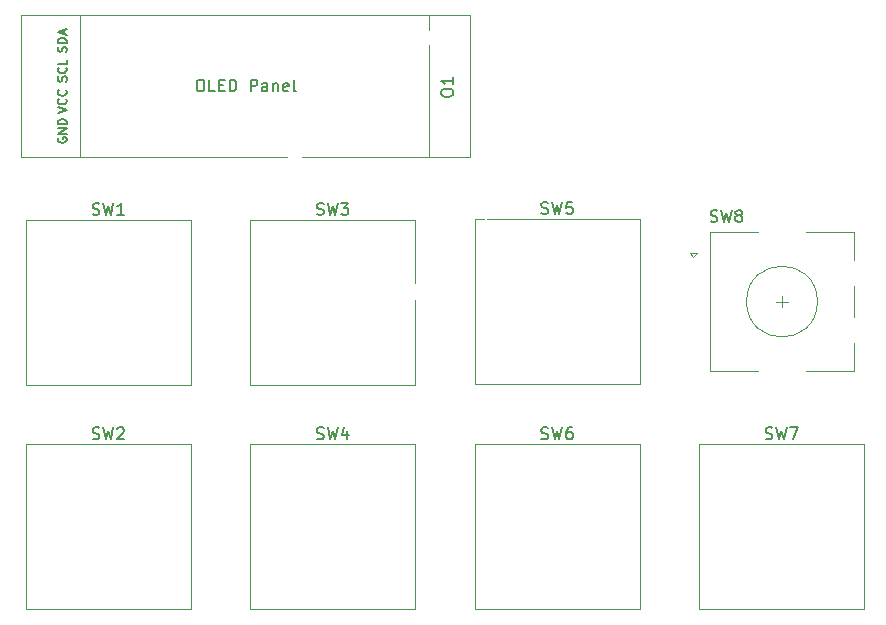
<source format=gto>
G04 #@! TF.GenerationSoftware,KiCad,Pcbnew,8.0.5*
G04 #@! TF.CreationDate,2024-10-21T21:06:57-07:00*
G04 #@! TF.ProjectId,hackpad,6861636b-7061-4642-9e6b-696361645f70,rev?*
G04 #@! TF.SameCoordinates,Original*
G04 #@! TF.FileFunction,Legend,Top*
G04 #@! TF.FilePolarity,Positive*
%FSLAX46Y46*%
G04 Gerber Fmt 4.6, Leading zero omitted, Abs format (unit mm)*
G04 Created by KiCad (PCBNEW 8.0.5) date 2024-10-21 21:06:57*
%MOMM*%
%LPD*%
G01*
G04 APERTURE LIST*
G04 Aperture macros list*
%AMRotRect*
0 Rectangle, with rotation*
0 The origin of the aperture is its center*
0 $1 length*
0 $2 width*
0 $3 Rotation angle, in degrees counterclockwise*
0 Add horizontal line*
21,1,$1,$2,0,0,$3*%
G04 Aperture macros list end*
%ADD10C,0.150000*%
%ADD11C,0.120000*%
%ADD12C,0.040000*%
%ADD13C,1.700000*%
%ADD14C,4.000000*%
%ADD15C,2.200000*%
%ADD16R,2.000000X2.000000*%
%ADD17C,2.000000*%
%ADD18R,3.200000X2.000000*%
%ADD19R,1.700000X1.700000*%
%ADD20O,1.700000X1.700000*%
%ADD21R,1.600000X1.600000*%
%ADD22O,1.600000X1.600000*%
%ADD23RotRect,1.700000X1.700000X315.000000*%
G04 APERTURE END LIST*
D10*
X257176667Y-143563200D02*
X257319524Y-143610819D01*
X257319524Y-143610819D02*
X257557619Y-143610819D01*
X257557619Y-143610819D02*
X257652857Y-143563200D01*
X257652857Y-143563200D02*
X257700476Y-143515580D01*
X257700476Y-143515580D02*
X257748095Y-143420342D01*
X257748095Y-143420342D02*
X257748095Y-143325104D01*
X257748095Y-143325104D02*
X257700476Y-143229866D01*
X257700476Y-143229866D02*
X257652857Y-143182247D01*
X257652857Y-143182247D02*
X257557619Y-143134628D01*
X257557619Y-143134628D02*
X257367143Y-143087009D01*
X257367143Y-143087009D02*
X257271905Y-143039390D01*
X257271905Y-143039390D02*
X257224286Y-142991771D01*
X257224286Y-142991771D02*
X257176667Y-142896533D01*
X257176667Y-142896533D02*
X257176667Y-142801295D01*
X257176667Y-142801295D02*
X257224286Y-142706057D01*
X257224286Y-142706057D02*
X257271905Y-142658438D01*
X257271905Y-142658438D02*
X257367143Y-142610819D01*
X257367143Y-142610819D02*
X257605238Y-142610819D01*
X257605238Y-142610819D02*
X257748095Y-142658438D01*
X258081429Y-142610819D02*
X258319524Y-143610819D01*
X258319524Y-143610819D02*
X258510000Y-142896533D01*
X258510000Y-142896533D02*
X258700476Y-143610819D01*
X258700476Y-143610819D02*
X258938572Y-142610819D01*
X259224286Y-142610819D02*
X259890952Y-142610819D01*
X259890952Y-142610819D02*
X259462381Y-143610819D01*
X238176667Y-124483200D02*
X238319524Y-124530819D01*
X238319524Y-124530819D02*
X238557619Y-124530819D01*
X238557619Y-124530819D02*
X238652857Y-124483200D01*
X238652857Y-124483200D02*
X238700476Y-124435580D01*
X238700476Y-124435580D02*
X238748095Y-124340342D01*
X238748095Y-124340342D02*
X238748095Y-124245104D01*
X238748095Y-124245104D02*
X238700476Y-124149866D01*
X238700476Y-124149866D02*
X238652857Y-124102247D01*
X238652857Y-124102247D02*
X238557619Y-124054628D01*
X238557619Y-124054628D02*
X238367143Y-124007009D01*
X238367143Y-124007009D02*
X238271905Y-123959390D01*
X238271905Y-123959390D02*
X238224286Y-123911771D01*
X238224286Y-123911771D02*
X238176667Y-123816533D01*
X238176667Y-123816533D02*
X238176667Y-123721295D01*
X238176667Y-123721295D02*
X238224286Y-123626057D01*
X238224286Y-123626057D02*
X238271905Y-123578438D01*
X238271905Y-123578438D02*
X238367143Y-123530819D01*
X238367143Y-123530819D02*
X238605238Y-123530819D01*
X238605238Y-123530819D02*
X238748095Y-123578438D01*
X239081429Y-123530819D02*
X239319524Y-124530819D01*
X239319524Y-124530819D02*
X239510000Y-123816533D01*
X239510000Y-123816533D02*
X239700476Y-124530819D01*
X239700476Y-124530819D02*
X239938572Y-123530819D01*
X240795714Y-123530819D02*
X240319524Y-123530819D01*
X240319524Y-123530819D02*
X240271905Y-124007009D01*
X240271905Y-124007009D02*
X240319524Y-123959390D01*
X240319524Y-123959390D02*
X240414762Y-123911771D01*
X240414762Y-123911771D02*
X240652857Y-123911771D01*
X240652857Y-123911771D02*
X240748095Y-123959390D01*
X240748095Y-123959390D02*
X240795714Y-124007009D01*
X240795714Y-124007009D02*
X240843333Y-124102247D01*
X240843333Y-124102247D02*
X240843333Y-124340342D01*
X240843333Y-124340342D02*
X240795714Y-124435580D01*
X240795714Y-124435580D02*
X240748095Y-124483200D01*
X240748095Y-124483200D02*
X240652857Y-124530819D01*
X240652857Y-124530819D02*
X240414762Y-124530819D01*
X240414762Y-124530819D02*
X240319524Y-124483200D01*
X240319524Y-124483200D02*
X240271905Y-124435580D01*
X200176667Y-143563200D02*
X200319524Y-143610819D01*
X200319524Y-143610819D02*
X200557619Y-143610819D01*
X200557619Y-143610819D02*
X200652857Y-143563200D01*
X200652857Y-143563200D02*
X200700476Y-143515580D01*
X200700476Y-143515580D02*
X200748095Y-143420342D01*
X200748095Y-143420342D02*
X200748095Y-143325104D01*
X200748095Y-143325104D02*
X200700476Y-143229866D01*
X200700476Y-143229866D02*
X200652857Y-143182247D01*
X200652857Y-143182247D02*
X200557619Y-143134628D01*
X200557619Y-143134628D02*
X200367143Y-143087009D01*
X200367143Y-143087009D02*
X200271905Y-143039390D01*
X200271905Y-143039390D02*
X200224286Y-142991771D01*
X200224286Y-142991771D02*
X200176667Y-142896533D01*
X200176667Y-142896533D02*
X200176667Y-142801295D01*
X200176667Y-142801295D02*
X200224286Y-142706057D01*
X200224286Y-142706057D02*
X200271905Y-142658438D01*
X200271905Y-142658438D02*
X200367143Y-142610819D01*
X200367143Y-142610819D02*
X200605238Y-142610819D01*
X200605238Y-142610819D02*
X200748095Y-142658438D01*
X201081429Y-142610819D02*
X201319524Y-143610819D01*
X201319524Y-143610819D02*
X201510000Y-142896533D01*
X201510000Y-142896533D02*
X201700476Y-143610819D01*
X201700476Y-143610819D02*
X201938572Y-142610819D01*
X202271905Y-142706057D02*
X202319524Y-142658438D01*
X202319524Y-142658438D02*
X202414762Y-142610819D01*
X202414762Y-142610819D02*
X202652857Y-142610819D01*
X202652857Y-142610819D02*
X202748095Y-142658438D01*
X202748095Y-142658438D02*
X202795714Y-142706057D01*
X202795714Y-142706057D02*
X202843333Y-142801295D01*
X202843333Y-142801295D02*
X202843333Y-142896533D01*
X202843333Y-142896533D02*
X202795714Y-143039390D01*
X202795714Y-143039390D02*
X202224286Y-143610819D01*
X202224286Y-143610819D02*
X202843333Y-143610819D01*
X200176667Y-124563200D02*
X200319524Y-124610819D01*
X200319524Y-124610819D02*
X200557619Y-124610819D01*
X200557619Y-124610819D02*
X200652857Y-124563200D01*
X200652857Y-124563200D02*
X200700476Y-124515580D01*
X200700476Y-124515580D02*
X200748095Y-124420342D01*
X200748095Y-124420342D02*
X200748095Y-124325104D01*
X200748095Y-124325104D02*
X200700476Y-124229866D01*
X200700476Y-124229866D02*
X200652857Y-124182247D01*
X200652857Y-124182247D02*
X200557619Y-124134628D01*
X200557619Y-124134628D02*
X200367143Y-124087009D01*
X200367143Y-124087009D02*
X200271905Y-124039390D01*
X200271905Y-124039390D02*
X200224286Y-123991771D01*
X200224286Y-123991771D02*
X200176667Y-123896533D01*
X200176667Y-123896533D02*
X200176667Y-123801295D01*
X200176667Y-123801295D02*
X200224286Y-123706057D01*
X200224286Y-123706057D02*
X200271905Y-123658438D01*
X200271905Y-123658438D02*
X200367143Y-123610819D01*
X200367143Y-123610819D02*
X200605238Y-123610819D01*
X200605238Y-123610819D02*
X200748095Y-123658438D01*
X201081429Y-123610819D02*
X201319524Y-124610819D01*
X201319524Y-124610819D02*
X201510000Y-123896533D01*
X201510000Y-123896533D02*
X201700476Y-124610819D01*
X201700476Y-124610819D02*
X201938572Y-123610819D01*
X202843333Y-124610819D02*
X202271905Y-124610819D01*
X202557619Y-124610819D02*
X202557619Y-123610819D01*
X202557619Y-123610819D02*
X202462381Y-123753676D01*
X202462381Y-123753676D02*
X202367143Y-123848914D01*
X202367143Y-123848914D02*
X202271905Y-123896533D01*
X238176667Y-143563200D02*
X238319524Y-143610819D01*
X238319524Y-143610819D02*
X238557619Y-143610819D01*
X238557619Y-143610819D02*
X238652857Y-143563200D01*
X238652857Y-143563200D02*
X238700476Y-143515580D01*
X238700476Y-143515580D02*
X238748095Y-143420342D01*
X238748095Y-143420342D02*
X238748095Y-143325104D01*
X238748095Y-143325104D02*
X238700476Y-143229866D01*
X238700476Y-143229866D02*
X238652857Y-143182247D01*
X238652857Y-143182247D02*
X238557619Y-143134628D01*
X238557619Y-143134628D02*
X238367143Y-143087009D01*
X238367143Y-143087009D02*
X238271905Y-143039390D01*
X238271905Y-143039390D02*
X238224286Y-142991771D01*
X238224286Y-142991771D02*
X238176667Y-142896533D01*
X238176667Y-142896533D02*
X238176667Y-142801295D01*
X238176667Y-142801295D02*
X238224286Y-142706057D01*
X238224286Y-142706057D02*
X238271905Y-142658438D01*
X238271905Y-142658438D02*
X238367143Y-142610819D01*
X238367143Y-142610819D02*
X238605238Y-142610819D01*
X238605238Y-142610819D02*
X238748095Y-142658438D01*
X239081429Y-142610819D02*
X239319524Y-143610819D01*
X239319524Y-143610819D02*
X239510000Y-142896533D01*
X239510000Y-142896533D02*
X239700476Y-143610819D01*
X239700476Y-143610819D02*
X239938572Y-142610819D01*
X240748095Y-142610819D02*
X240557619Y-142610819D01*
X240557619Y-142610819D02*
X240462381Y-142658438D01*
X240462381Y-142658438D02*
X240414762Y-142706057D01*
X240414762Y-142706057D02*
X240319524Y-142848914D01*
X240319524Y-142848914D02*
X240271905Y-143039390D01*
X240271905Y-143039390D02*
X240271905Y-143420342D01*
X240271905Y-143420342D02*
X240319524Y-143515580D01*
X240319524Y-143515580D02*
X240367143Y-143563200D01*
X240367143Y-143563200D02*
X240462381Y-143610819D01*
X240462381Y-143610819D02*
X240652857Y-143610819D01*
X240652857Y-143610819D02*
X240748095Y-143563200D01*
X240748095Y-143563200D02*
X240795714Y-143515580D01*
X240795714Y-143515580D02*
X240843333Y-143420342D01*
X240843333Y-143420342D02*
X240843333Y-143182247D01*
X240843333Y-143182247D02*
X240795714Y-143087009D01*
X240795714Y-143087009D02*
X240748095Y-143039390D01*
X240748095Y-143039390D02*
X240652857Y-142991771D01*
X240652857Y-142991771D02*
X240462381Y-142991771D01*
X240462381Y-142991771D02*
X240367143Y-143039390D01*
X240367143Y-143039390D02*
X240319524Y-143087009D01*
X240319524Y-143087009D02*
X240271905Y-143182247D01*
X219176667Y-124563200D02*
X219319524Y-124610819D01*
X219319524Y-124610819D02*
X219557619Y-124610819D01*
X219557619Y-124610819D02*
X219652857Y-124563200D01*
X219652857Y-124563200D02*
X219700476Y-124515580D01*
X219700476Y-124515580D02*
X219748095Y-124420342D01*
X219748095Y-124420342D02*
X219748095Y-124325104D01*
X219748095Y-124325104D02*
X219700476Y-124229866D01*
X219700476Y-124229866D02*
X219652857Y-124182247D01*
X219652857Y-124182247D02*
X219557619Y-124134628D01*
X219557619Y-124134628D02*
X219367143Y-124087009D01*
X219367143Y-124087009D02*
X219271905Y-124039390D01*
X219271905Y-124039390D02*
X219224286Y-123991771D01*
X219224286Y-123991771D02*
X219176667Y-123896533D01*
X219176667Y-123896533D02*
X219176667Y-123801295D01*
X219176667Y-123801295D02*
X219224286Y-123706057D01*
X219224286Y-123706057D02*
X219271905Y-123658438D01*
X219271905Y-123658438D02*
X219367143Y-123610819D01*
X219367143Y-123610819D02*
X219605238Y-123610819D01*
X219605238Y-123610819D02*
X219748095Y-123658438D01*
X220081429Y-123610819D02*
X220319524Y-124610819D01*
X220319524Y-124610819D02*
X220510000Y-123896533D01*
X220510000Y-123896533D02*
X220700476Y-124610819D01*
X220700476Y-124610819D02*
X220938572Y-123610819D01*
X221224286Y-123610819D02*
X221843333Y-123610819D01*
X221843333Y-123610819D02*
X221510000Y-123991771D01*
X221510000Y-123991771D02*
X221652857Y-123991771D01*
X221652857Y-123991771D02*
X221748095Y-124039390D01*
X221748095Y-124039390D02*
X221795714Y-124087009D01*
X221795714Y-124087009D02*
X221843333Y-124182247D01*
X221843333Y-124182247D02*
X221843333Y-124420342D01*
X221843333Y-124420342D02*
X221795714Y-124515580D01*
X221795714Y-124515580D02*
X221748095Y-124563200D01*
X221748095Y-124563200D02*
X221652857Y-124610819D01*
X221652857Y-124610819D02*
X221367143Y-124610819D01*
X221367143Y-124610819D02*
X221271905Y-124563200D01*
X221271905Y-124563200D02*
X221224286Y-124515580D01*
X219176667Y-143563200D02*
X219319524Y-143610819D01*
X219319524Y-143610819D02*
X219557619Y-143610819D01*
X219557619Y-143610819D02*
X219652857Y-143563200D01*
X219652857Y-143563200D02*
X219700476Y-143515580D01*
X219700476Y-143515580D02*
X219748095Y-143420342D01*
X219748095Y-143420342D02*
X219748095Y-143325104D01*
X219748095Y-143325104D02*
X219700476Y-143229866D01*
X219700476Y-143229866D02*
X219652857Y-143182247D01*
X219652857Y-143182247D02*
X219557619Y-143134628D01*
X219557619Y-143134628D02*
X219367143Y-143087009D01*
X219367143Y-143087009D02*
X219271905Y-143039390D01*
X219271905Y-143039390D02*
X219224286Y-142991771D01*
X219224286Y-142991771D02*
X219176667Y-142896533D01*
X219176667Y-142896533D02*
X219176667Y-142801295D01*
X219176667Y-142801295D02*
X219224286Y-142706057D01*
X219224286Y-142706057D02*
X219271905Y-142658438D01*
X219271905Y-142658438D02*
X219367143Y-142610819D01*
X219367143Y-142610819D02*
X219605238Y-142610819D01*
X219605238Y-142610819D02*
X219748095Y-142658438D01*
X220081429Y-142610819D02*
X220319524Y-143610819D01*
X220319524Y-143610819D02*
X220510000Y-142896533D01*
X220510000Y-142896533D02*
X220700476Y-143610819D01*
X220700476Y-143610819D02*
X220938572Y-142610819D01*
X221748095Y-142944152D02*
X221748095Y-143610819D01*
X221510000Y-142563200D02*
X221271905Y-143277485D01*
X221271905Y-143277485D02*
X221890952Y-143277485D01*
X252516667Y-125157200D02*
X252659524Y-125204819D01*
X252659524Y-125204819D02*
X252897619Y-125204819D01*
X252897619Y-125204819D02*
X252992857Y-125157200D01*
X252992857Y-125157200D02*
X253040476Y-125109580D01*
X253040476Y-125109580D02*
X253088095Y-125014342D01*
X253088095Y-125014342D02*
X253088095Y-124919104D01*
X253088095Y-124919104D02*
X253040476Y-124823866D01*
X253040476Y-124823866D02*
X252992857Y-124776247D01*
X252992857Y-124776247D02*
X252897619Y-124728628D01*
X252897619Y-124728628D02*
X252707143Y-124681009D01*
X252707143Y-124681009D02*
X252611905Y-124633390D01*
X252611905Y-124633390D02*
X252564286Y-124585771D01*
X252564286Y-124585771D02*
X252516667Y-124490533D01*
X252516667Y-124490533D02*
X252516667Y-124395295D01*
X252516667Y-124395295D02*
X252564286Y-124300057D01*
X252564286Y-124300057D02*
X252611905Y-124252438D01*
X252611905Y-124252438D02*
X252707143Y-124204819D01*
X252707143Y-124204819D02*
X252945238Y-124204819D01*
X252945238Y-124204819D02*
X253088095Y-124252438D01*
X253421429Y-124204819D02*
X253659524Y-125204819D01*
X253659524Y-125204819D02*
X253850000Y-124490533D01*
X253850000Y-124490533D02*
X254040476Y-125204819D01*
X254040476Y-125204819D02*
X254278572Y-124204819D01*
X254802381Y-124633390D02*
X254707143Y-124585771D01*
X254707143Y-124585771D02*
X254659524Y-124538152D01*
X254659524Y-124538152D02*
X254611905Y-124442914D01*
X254611905Y-124442914D02*
X254611905Y-124395295D01*
X254611905Y-124395295D02*
X254659524Y-124300057D01*
X254659524Y-124300057D02*
X254707143Y-124252438D01*
X254707143Y-124252438D02*
X254802381Y-124204819D01*
X254802381Y-124204819D02*
X254992857Y-124204819D01*
X254992857Y-124204819D02*
X255088095Y-124252438D01*
X255088095Y-124252438D02*
X255135714Y-124300057D01*
X255135714Y-124300057D02*
X255183333Y-124395295D01*
X255183333Y-124395295D02*
X255183333Y-124442914D01*
X255183333Y-124442914D02*
X255135714Y-124538152D01*
X255135714Y-124538152D02*
X255088095Y-124585771D01*
X255088095Y-124585771D02*
X254992857Y-124633390D01*
X254992857Y-124633390D02*
X254802381Y-124633390D01*
X254802381Y-124633390D02*
X254707143Y-124681009D01*
X254707143Y-124681009D02*
X254659524Y-124728628D01*
X254659524Y-124728628D02*
X254611905Y-124823866D01*
X254611905Y-124823866D02*
X254611905Y-125014342D01*
X254611905Y-125014342D02*
X254659524Y-125109580D01*
X254659524Y-125109580D02*
X254707143Y-125157200D01*
X254707143Y-125157200D02*
X254802381Y-125204819D01*
X254802381Y-125204819D02*
X254992857Y-125204819D01*
X254992857Y-125204819D02*
X255088095Y-125157200D01*
X255088095Y-125157200D02*
X255135714Y-125109580D01*
X255135714Y-125109580D02*
X255183333Y-125014342D01*
X255183333Y-125014342D02*
X255183333Y-124823866D01*
X255183333Y-124823866D02*
X255135714Y-124728628D01*
X255135714Y-124728628D02*
X255088095Y-124681009D01*
X255088095Y-124681009D02*
X254992857Y-124633390D01*
X229704819Y-114361428D02*
X229704819Y-114170952D01*
X229704819Y-114170952D02*
X229752438Y-114075714D01*
X229752438Y-114075714D02*
X229847676Y-113980476D01*
X229847676Y-113980476D02*
X230038152Y-113932857D01*
X230038152Y-113932857D02*
X230371485Y-113932857D01*
X230371485Y-113932857D02*
X230561961Y-113980476D01*
X230561961Y-113980476D02*
X230657200Y-114075714D01*
X230657200Y-114075714D02*
X230704819Y-114170952D01*
X230704819Y-114170952D02*
X230704819Y-114361428D01*
X230704819Y-114361428D02*
X230657200Y-114456666D01*
X230657200Y-114456666D02*
X230561961Y-114551904D01*
X230561961Y-114551904D02*
X230371485Y-114599523D01*
X230371485Y-114599523D02*
X230038152Y-114599523D01*
X230038152Y-114599523D02*
X229847676Y-114551904D01*
X229847676Y-114551904D02*
X229752438Y-114456666D01*
X229752438Y-114456666D02*
X229704819Y-114361428D01*
X230704819Y-112980476D02*
X230704819Y-113551904D01*
X230704819Y-113266190D02*
X229704819Y-113266190D01*
X229704819Y-113266190D02*
X229847676Y-113361428D01*
X229847676Y-113361428D02*
X229942914Y-113456666D01*
X229942914Y-113456666D02*
X229990533Y-113551904D01*
X197953451Y-110800713D02*
X197989165Y-110693571D01*
X197989165Y-110693571D02*
X197989165Y-110514999D01*
X197989165Y-110514999D02*
X197953451Y-110443571D01*
X197953451Y-110443571D02*
X197917736Y-110407856D01*
X197917736Y-110407856D02*
X197846308Y-110372142D01*
X197846308Y-110372142D02*
X197774879Y-110372142D01*
X197774879Y-110372142D02*
X197703451Y-110407856D01*
X197703451Y-110407856D02*
X197667736Y-110443571D01*
X197667736Y-110443571D02*
X197632022Y-110514999D01*
X197632022Y-110514999D02*
X197596308Y-110657856D01*
X197596308Y-110657856D02*
X197560593Y-110729285D01*
X197560593Y-110729285D02*
X197524879Y-110764999D01*
X197524879Y-110764999D02*
X197453451Y-110800713D01*
X197453451Y-110800713D02*
X197382022Y-110800713D01*
X197382022Y-110800713D02*
X197310593Y-110764999D01*
X197310593Y-110764999D02*
X197274879Y-110729285D01*
X197274879Y-110729285D02*
X197239165Y-110657856D01*
X197239165Y-110657856D02*
X197239165Y-110479285D01*
X197239165Y-110479285D02*
X197274879Y-110372142D01*
X197989165Y-110050713D02*
X197239165Y-110050713D01*
X197239165Y-110050713D02*
X197239165Y-109872142D01*
X197239165Y-109872142D02*
X197274879Y-109764999D01*
X197274879Y-109764999D02*
X197346308Y-109693570D01*
X197346308Y-109693570D02*
X197417736Y-109657856D01*
X197417736Y-109657856D02*
X197560593Y-109622142D01*
X197560593Y-109622142D02*
X197667736Y-109622142D01*
X197667736Y-109622142D02*
X197810593Y-109657856D01*
X197810593Y-109657856D02*
X197882022Y-109693570D01*
X197882022Y-109693570D02*
X197953451Y-109764999D01*
X197953451Y-109764999D02*
X197989165Y-109872142D01*
X197989165Y-109872142D02*
X197989165Y-110050713D01*
X197774879Y-109336427D02*
X197774879Y-108979285D01*
X197989165Y-109407856D02*
X197239165Y-109157856D01*
X197239165Y-109157856D02*
X197989165Y-108907856D01*
X197274878Y-118081428D02*
X197239164Y-118152857D01*
X197239164Y-118152857D02*
X197239164Y-118259999D01*
X197239164Y-118259999D02*
X197274878Y-118367142D01*
X197274878Y-118367142D02*
X197346307Y-118438571D01*
X197346307Y-118438571D02*
X197417735Y-118474285D01*
X197417735Y-118474285D02*
X197560592Y-118509999D01*
X197560592Y-118509999D02*
X197667735Y-118509999D01*
X197667735Y-118509999D02*
X197810592Y-118474285D01*
X197810592Y-118474285D02*
X197882021Y-118438571D01*
X197882021Y-118438571D02*
X197953450Y-118367142D01*
X197953450Y-118367142D02*
X197989164Y-118259999D01*
X197989164Y-118259999D02*
X197989164Y-118188571D01*
X197989164Y-118188571D02*
X197953450Y-118081428D01*
X197953450Y-118081428D02*
X197917735Y-118045714D01*
X197917735Y-118045714D02*
X197667735Y-118045714D01*
X197667735Y-118045714D02*
X197667735Y-118188571D01*
X197989164Y-117724285D02*
X197239164Y-117724285D01*
X197239164Y-117724285D02*
X197989164Y-117295714D01*
X197989164Y-117295714D02*
X197239164Y-117295714D01*
X197989164Y-116938571D02*
X197239164Y-116938571D01*
X197239164Y-116938571D02*
X197239164Y-116760000D01*
X197239164Y-116760000D02*
X197274878Y-116652857D01*
X197274878Y-116652857D02*
X197346307Y-116581428D01*
X197346307Y-116581428D02*
X197417735Y-116545714D01*
X197417735Y-116545714D02*
X197560592Y-116510000D01*
X197560592Y-116510000D02*
X197667735Y-116510000D01*
X197667735Y-116510000D02*
X197810592Y-116545714D01*
X197810592Y-116545714D02*
X197882021Y-116581428D01*
X197882021Y-116581428D02*
X197953450Y-116652857D01*
X197953450Y-116652857D02*
X197989164Y-116760000D01*
X197989164Y-116760000D02*
X197989164Y-116938571D01*
X197953450Y-113322856D02*
X197989164Y-113215714D01*
X197989164Y-113215714D02*
X197989164Y-113037142D01*
X197989164Y-113037142D02*
X197953450Y-112965714D01*
X197953450Y-112965714D02*
X197917735Y-112929999D01*
X197917735Y-112929999D02*
X197846307Y-112894285D01*
X197846307Y-112894285D02*
X197774878Y-112894285D01*
X197774878Y-112894285D02*
X197703450Y-112929999D01*
X197703450Y-112929999D02*
X197667735Y-112965714D01*
X197667735Y-112965714D02*
X197632021Y-113037142D01*
X197632021Y-113037142D02*
X197596307Y-113179999D01*
X197596307Y-113179999D02*
X197560592Y-113251428D01*
X197560592Y-113251428D02*
X197524878Y-113287142D01*
X197524878Y-113287142D02*
X197453450Y-113322856D01*
X197453450Y-113322856D02*
X197382021Y-113322856D01*
X197382021Y-113322856D02*
X197310592Y-113287142D01*
X197310592Y-113287142D02*
X197274878Y-113251428D01*
X197274878Y-113251428D02*
X197239164Y-113179999D01*
X197239164Y-113179999D02*
X197239164Y-113001428D01*
X197239164Y-113001428D02*
X197274878Y-112894285D01*
X197917735Y-112144285D02*
X197953450Y-112179999D01*
X197953450Y-112179999D02*
X197989164Y-112287142D01*
X197989164Y-112287142D02*
X197989164Y-112358570D01*
X197989164Y-112358570D02*
X197953450Y-112465713D01*
X197953450Y-112465713D02*
X197882021Y-112537142D01*
X197882021Y-112537142D02*
X197810592Y-112572856D01*
X197810592Y-112572856D02*
X197667735Y-112608570D01*
X197667735Y-112608570D02*
X197560592Y-112608570D01*
X197560592Y-112608570D02*
X197417735Y-112572856D01*
X197417735Y-112572856D02*
X197346307Y-112537142D01*
X197346307Y-112537142D02*
X197274878Y-112465713D01*
X197274878Y-112465713D02*
X197239164Y-112358570D01*
X197239164Y-112358570D02*
X197239164Y-112287142D01*
X197239164Y-112287142D02*
X197274878Y-112179999D01*
X197274878Y-112179999D02*
X197310592Y-112144285D01*
X197989164Y-111465713D02*
X197989164Y-111822856D01*
X197989164Y-111822856D02*
X197239164Y-111822856D01*
X209221428Y-113154819D02*
X209411904Y-113154819D01*
X209411904Y-113154819D02*
X209507142Y-113202438D01*
X209507142Y-113202438D02*
X209602380Y-113297676D01*
X209602380Y-113297676D02*
X209649999Y-113488152D01*
X209649999Y-113488152D02*
X209649999Y-113821485D01*
X209649999Y-113821485D02*
X209602380Y-114011961D01*
X209602380Y-114011961D02*
X209507142Y-114107200D01*
X209507142Y-114107200D02*
X209411904Y-114154819D01*
X209411904Y-114154819D02*
X209221428Y-114154819D01*
X209221428Y-114154819D02*
X209126190Y-114107200D01*
X209126190Y-114107200D02*
X209030952Y-114011961D01*
X209030952Y-114011961D02*
X208983333Y-113821485D01*
X208983333Y-113821485D02*
X208983333Y-113488152D01*
X208983333Y-113488152D02*
X209030952Y-113297676D01*
X209030952Y-113297676D02*
X209126190Y-113202438D01*
X209126190Y-113202438D02*
X209221428Y-113154819D01*
X210554761Y-114154819D02*
X210078571Y-114154819D01*
X210078571Y-114154819D02*
X210078571Y-113154819D01*
X210888095Y-113631009D02*
X211221428Y-113631009D01*
X211364285Y-114154819D02*
X210888095Y-114154819D01*
X210888095Y-114154819D02*
X210888095Y-113154819D01*
X210888095Y-113154819D02*
X211364285Y-113154819D01*
X211792857Y-114154819D02*
X211792857Y-113154819D01*
X211792857Y-113154819D02*
X212030952Y-113154819D01*
X212030952Y-113154819D02*
X212173809Y-113202438D01*
X212173809Y-113202438D02*
X212269047Y-113297676D01*
X212269047Y-113297676D02*
X212316666Y-113392914D01*
X212316666Y-113392914D02*
X212364285Y-113583390D01*
X212364285Y-113583390D02*
X212364285Y-113726247D01*
X212364285Y-113726247D02*
X212316666Y-113916723D01*
X212316666Y-113916723D02*
X212269047Y-114011961D01*
X212269047Y-114011961D02*
X212173809Y-114107200D01*
X212173809Y-114107200D02*
X212030952Y-114154819D01*
X212030952Y-114154819D02*
X211792857Y-114154819D01*
X213554762Y-114154819D02*
X213554762Y-113154819D01*
X213554762Y-113154819D02*
X213935714Y-113154819D01*
X213935714Y-113154819D02*
X214030952Y-113202438D01*
X214030952Y-113202438D02*
X214078571Y-113250057D01*
X214078571Y-113250057D02*
X214126190Y-113345295D01*
X214126190Y-113345295D02*
X214126190Y-113488152D01*
X214126190Y-113488152D02*
X214078571Y-113583390D01*
X214078571Y-113583390D02*
X214030952Y-113631009D01*
X214030952Y-113631009D02*
X213935714Y-113678628D01*
X213935714Y-113678628D02*
X213554762Y-113678628D01*
X214983333Y-114154819D02*
X214983333Y-113631009D01*
X214983333Y-113631009D02*
X214935714Y-113535771D01*
X214935714Y-113535771D02*
X214840476Y-113488152D01*
X214840476Y-113488152D02*
X214650000Y-113488152D01*
X214650000Y-113488152D02*
X214554762Y-113535771D01*
X214983333Y-114107200D02*
X214888095Y-114154819D01*
X214888095Y-114154819D02*
X214650000Y-114154819D01*
X214650000Y-114154819D02*
X214554762Y-114107200D01*
X214554762Y-114107200D02*
X214507143Y-114011961D01*
X214507143Y-114011961D02*
X214507143Y-113916723D01*
X214507143Y-113916723D02*
X214554762Y-113821485D01*
X214554762Y-113821485D02*
X214650000Y-113773866D01*
X214650000Y-113773866D02*
X214888095Y-113773866D01*
X214888095Y-113773866D02*
X214983333Y-113726247D01*
X215459524Y-113488152D02*
X215459524Y-114154819D01*
X215459524Y-113583390D02*
X215507143Y-113535771D01*
X215507143Y-113535771D02*
X215602381Y-113488152D01*
X215602381Y-113488152D02*
X215745238Y-113488152D01*
X215745238Y-113488152D02*
X215840476Y-113535771D01*
X215840476Y-113535771D02*
X215888095Y-113631009D01*
X215888095Y-113631009D02*
X215888095Y-114154819D01*
X216745238Y-114107200D02*
X216650000Y-114154819D01*
X216650000Y-114154819D02*
X216459524Y-114154819D01*
X216459524Y-114154819D02*
X216364286Y-114107200D01*
X216364286Y-114107200D02*
X216316667Y-114011961D01*
X216316667Y-114011961D02*
X216316667Y-113631009D01*
X216316667Y-113631009D02*
X216364286Y-113535771D01*
X216364286Y-113535771D02*
X216459524Y-113488152D01*
X216459524Y-113488152D02*
X216650000Y-113488152D01*
X216650000Y-113488152D02*
X216745238Y-113535771D01*
X216745238Y-113535771D02*
X216792857Y-113631009D01*
X216792857Y-113631009D02*
X216792857Y-113726247D01*
X216792857Y-113726247D02*
X216316667Y-113821485D01*
X217364286Y-114154819D02*
X217269048Y-114107200D01*
X217269048Y-114107200D02*
X217221429Y-114011961D01*
X217221429Y-114011961D02*
X217221429Y-113154819D01*
X197239164Y-115969999D02*
X197989164Y-115719999D01*
X197989164Y-115719999D02*
X197239164Y-115469999D01*
X197917735Y-114791428D02*
X197953450Y-114827142D01*
X197953450Y-114827142D02*
X197989164Y-114934285D01*
X197989164Y-114934285D02*
X197989164Y-115005713D01*
X197989164Y-115005713D02*
X197953450Y-115112856D01*
X197953450Y-115112856D02*
X197882021Y-115184285D01*
X197882021Y-115184285D02*
X197810592Y-115219999D01*
X197810592Y-115219999D02*
X197667735Y-115255713D01*
X197667735Y-115255713D02*
X197560592Y-115255713D01*
X197560592Y-115255713D02*
X197417735Y-115219999D01*
X197417735Y-115219999D02*
X197346307Y-115184285D01*
X197346307Y-115184285D02*
X197274878Y-115112856D01*
X197274878Y-115112856D02*
X197239164Y-115005713D01*
X197239164Y-115005713D02*
X197239164Y-114934285D01*
X197239164Y-114934285D02*
X197274878Y-114827142D01*
X197274878Y-114827142D02*
X197310592Y-114791428D01*
X197917735Y-114041428D02*
X197953450Y-114077142D01*
X197953450Y-114077142D02*
X197989164Y-114184285D01*
X197989164Y-114184285D02*
X197989164Y-114255713D01*
X197989164Y-114255713D02*
X197953450Y-114362856D01*
X197953450Y-114362856D02*
X197882021Y-114434285D01*
X197882021Y-114434285D02*
X197810592Y-114469999D01*
X197810592Y-114469999D02*
X197667735Y-114505713D01*
X197667735Y-114505713D02*
X197560592Y-114505713D01*
X197560592Y-114505713D02*
X197417735Y-114469999D01*
X197417735Y-114469999D02*
X197346307Y-114434285D01*
X197346307Y-114434285D02*
X197274878Y-114362856D01*
X197274878Y-114362856D02*
X197239164Y-114255713D01*
X197239164Y-114255713D02*
X197239164Y-114184285D01*
X197239164Y-114184285D02*
X197274878Y-114077142D01*
X197274878Y-114077142D02*
X197310592Y-114041428D01*
D11*
G04 #@! TO.C,SW7*
X251525000Y-144045000D02*
X265495000Y-144045000D01*
X251525000Y-158015000D02*
X251525000Y-144045000D01*
X265495000Y-144045000D02*
X265495000Y-158015000D01*
X265495000Y-158015000D02*
X251525000Y-158015000D01*
G04 #@! TO.C,SW5*
X232525000Y-124965000D02*
X246495000Y-124965000D01*
X232525000Y-138935000D02*
X232525000Y-124965000D01*
X246495000Y-124965000D02*
X246495000Y-138935000D01*
X246495000Y-138935000D02*
X232525000Y-138935000D01*
G04 #@! TO.C,SW2*
X194525000Y-144045000D02*
X208495000Y-144045000D01*
X194525000Y-158015000D02*
X194525000Y-144045000D01*
X208495000Y-144045000D02*
X208495000Y-158015000D01*
X208495000Y-158015000D02*
X194525000Y-158015000D01*
G04 #@! TO.C,SW1*
X194525000Y-125045000D02*
X208495000Y-125045000D01*
X194525000Y-139015000D02*
X194525000Y-125045000D01*
X208495000Y-125045000D02*
X208495000Y-139015000D01*
X208495000Y-139015000D02*
X194525000Y-139015000D01*
G04 #@! TO.C,SW6*
X232525000Y-144045000D02*
X246495000Y-144045000D01*
X232525000Y-158015000D02*
X232525000Y-144045000D01*
X246495000Y-144045000D02*
X246495000Y-158015000D01*
X246495000Y-158015000D02*
X232525000Y-158015000D01*
G04 #@! TO.C,SW3*
X213525000Y-125045000D02*
X227495000Y-125045000D01*
X213525000Y-139015000D02*
X213525000Y-125045000D01*
X227495000Y-125045000D02*
X227495000Y-139015000D01*
X227495000Y-139015000D02*
X213525000Y-139015000D01*
G04 #@! TO.C,SW4*
X213525000Y-144045000D02*
X227495000Y-144045000D01*
X213525000Y-158015000D02*
X213525000Y-144045000D01*
X227495000Y-144045000D02*
X227495000Y-158015000D01*
X227495000Y-158015000D02*
X213525000Y-158015000D01*
G04 #@! TO.C,SW8*
X250750000Y-127850000D02*
X251350000Y-127850000D01*
X251050000Y-128150000D02*
X250750000Y-127850000D01*
X251350000Y-127850000D02*
X251050000Y-128150000D01*
X252450000Y-126050000D02*
X252450000Y-137850000D01*
X256550000Y-126050000D02*
X252450000Y-126050000D01*
X256550000Y-137850000D02*
X252450000Y-137850000D01*
X258050000Y-131950000D02*
X259050000Y-131950000D01*
X258550000Y-131450000D02*
X258550000Y-132450000D01*
X260550000Y-126050000D02*
X264650000Y-126050000D01*
X264650000Y-126050000D02*
X264650000Y-128450000D01*
X264650000Y-130650000D02*
X264650000Y-133250000D01*
X264650000Y-135450000D02*
X264650000Y-137850000D01*
X264650000Y-137850000D02*
X260550000Y-137850000D01*
X261550000Y-131950000D02*
G75*
G02*
X255550000Y-131950000I-3000000J0D01*
G01*
X255550000Y-131950000D02*
G75*
G02*
X261550000Y-131950000I3000000J0D01*
G01*
D12*
G04 #@! TO.C,O1*
X194150000Y-107700000D02*
X194150000Y-119700000D01*
X194150000Y-119700000D02*
X232150000Y-119700000D01*
X199150000Y-119700000D02*
X199150000Y-107700000D01*
X228650000Y-119700000D02*
X228650000Y-107700000D01*
X232150000Y-107700001D02*
X194150000Y-107700000D01*
X232150000Y-119700000D02*
X232150000Y-107700001D01*
G04 #@! TD*
%LPC*%
D13*
G04 #@! TO.C,SW7*
X253430000Y-151030000D03*
D14*
X258510000Y-151030000D03*
D13*
X263590000Y-151030000D03*
D15*
X261050000Y-145950000D03*
X254700000Y-148490000D03*
G04 #@! TD*
D13*
G04 #@! TO.C,SW5*
X234430000Y-131950000D03*
D14*
X239510000Y-131950000D03*
D13*
X244590000Y-131950000D03*
D15*
X242050000Y-126870000D03*
X235700000Y-129410000D03*
G04 #@! TD*
D13*
G04 #@! TO.C,SW2*
X196430000Y-151030000D03*
D14*
X201510000Y-151030000D03*
D13*
X206590000Y-151030000D03*
D15*
X204050000Y-145950000D03*
X197700000Y-148490000D03*
G04 #@! TD*
D13*
G04 #@! TO.C,SW1*
X196430000Y-132030000D03*
D14*
X201510000Y-132030000D03*
D13*
X206590000Y-132030000D03*
D15*
X204050000Y-126950000D03*
X197700000Y-129490000D03*
G04 #@! TD*
D13*
G04 #@! TO.C,SW6*
X234430000Y-151030000D03*
D14*
X239510000Y-151030000D03*
D13*
X244590000Y-151030000D03*
D15*
X242050000Y-145950000D03*
X235700000Y-148490000D03*
G04 #@! TD*
D13*
G04 #@! TO.C,SW3*
X215430000Y-132030000D03*
D14*
X220510000Y-132030000D03*
D13*
X225590000Y-132030000D03*
D15*
X223050000Y-126950000D03*
X216700000Y-129490000D03*
G04 #@! TD*
D13*
G04 #@! TO.C,SW4*
X215430000Y-151030000D03*
D14*
X220510000Y-151030000D03*
D13*
X225590000Y-151030000D03*
D15*
X223050000Y-145950000D03*
X216700000Y-148490000D03*
G04 #@! TD*
D16*
G04 #@! TO.C,SW8*
X251050000Y-129450000D03*
D17*
X251050000Y-134450000D03*
X251050000Y-131950000D03*
D18*
X258550000Y-126350000D03*
X258550000Y-137550000D03*
D17*
X265550000Y-134450000D03*
X265550000Y-129450000D03*
G04 #@! TD*
D19*
G04 #@! TO.C,O1*
X195650000Y-117510000D03*
D20*
X195650000Y-114969999D03*
X195650000Y-112430000D03*
X195650000Y-109890000D03*
G04 #@! TD*
D21*
G04 #@! TO.C,D7*
X229950000Y-142880001D03*
D22*
X229950000Y-150500001D03*
G04 #@! TD*
D21*
G04 #@! TO.C,D3*
X229950000Y-140300000D03*
D22*
X229950000Y-132680000D03*
G04 #@! TD*
D21*
G04 #@! TO.C,D8*
X266900000Y-143050000D03*
D22*
X266900000Y-150670000D03*
G04 #@! TD*
D23*
G04 #@! TO.C,U1*
X238850000Y-120390000D03*
D13*
X237053949Y-122186051D03*
X235257897Y-123982102D03*
X233461846Y-125778153D03*
X231665795Y-127574204D03*
X229869744Y-129370256D03*
X228073693Y-131166307D03*
X217290314Y-120382928D03*
X219086365Y-118586877D03*
X220882417Y-116790826D03*
X222678468Y-114994775D03*
X224474519Y-113198724D03*
X226270570Y-111402672D03*
X228066621Y-109606621D03*
G04 #@! TD*
D21*
G04 #@! TO.C,D1*
X207160000Y-140190000D03*
D22*
X199540000Y-140190000D03*
G04 #@! TD*
D21*
G04 #@! TO.C,D5*
X209850000Y-142880001D03*
D22*
X209850000Y-150500001D03*
G04 #@! TD*
D21*
G04 #@! TO.C,D4*
X257940000Y-140190000D03*
D22*
X265560000Y-140190000D03*
G04 #@! TD*
D21*
G04 #@! TO.C,D6*
X212350000Y-142890000D03*
D22*
X212350000Y-150510000D03*
G04 #@! TD*
D21*
G04 #@! TO.C,D2*
X212250000Y-140200000D03*
D22*
X212250000Y-132580000D03*
G04 #@! TD*
%LPD*%
M02*

</source>
